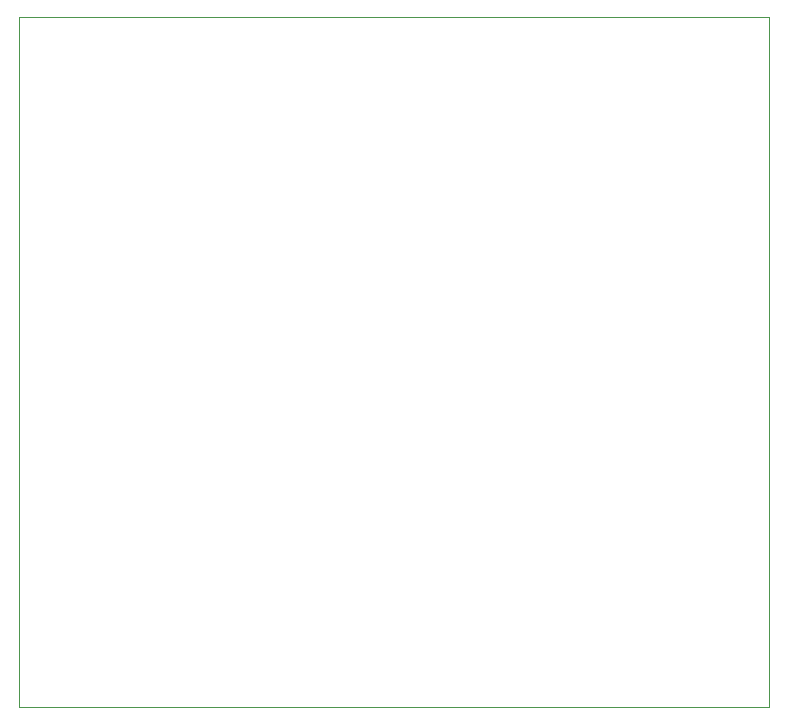
<source format=gm1>
G04 #@! TF.GenerationSoftware,KiCad,Pcbnew,(5.1.5)-3*
G04 #@! TF.CreationDate,2021-02-10T11:03:33-05:00*
G04 #@! TF.ProjectId,PCB,5043422e-6b69-4636-9164-5f7063625858,rev?*
G04 #@! TF.SameCoordinates,Original*
G04 #@! TF.FileFunction,Profile,NP*
%FSLAX46Y46*%
G04 Gerber Fmt 4.6, Leading zero omitted, Abs format (unit mm)*
G04 Created by KiCad (PCBNEW (5.1.5)-3) date 2021-02-10 11:03:33*
%MOMM*%
%LPD*%
G04 APERTURE LIST*
%ADD10C,0.050000*%
%ADD11C,0.050800*%
G04 APERTURE END LIST*
D10*
X97790000Y-134620000D02*
X97790000Y-76200000D01*
X161290000Y-134620000D02*
X97790000Y-134620000D01*
X161290000Y-76200000D02*
X161290000Y-134620000D01*
D11*
X97790000Y-76200000D02*
X161290000Y-76200000D01*
M02*

</source>
